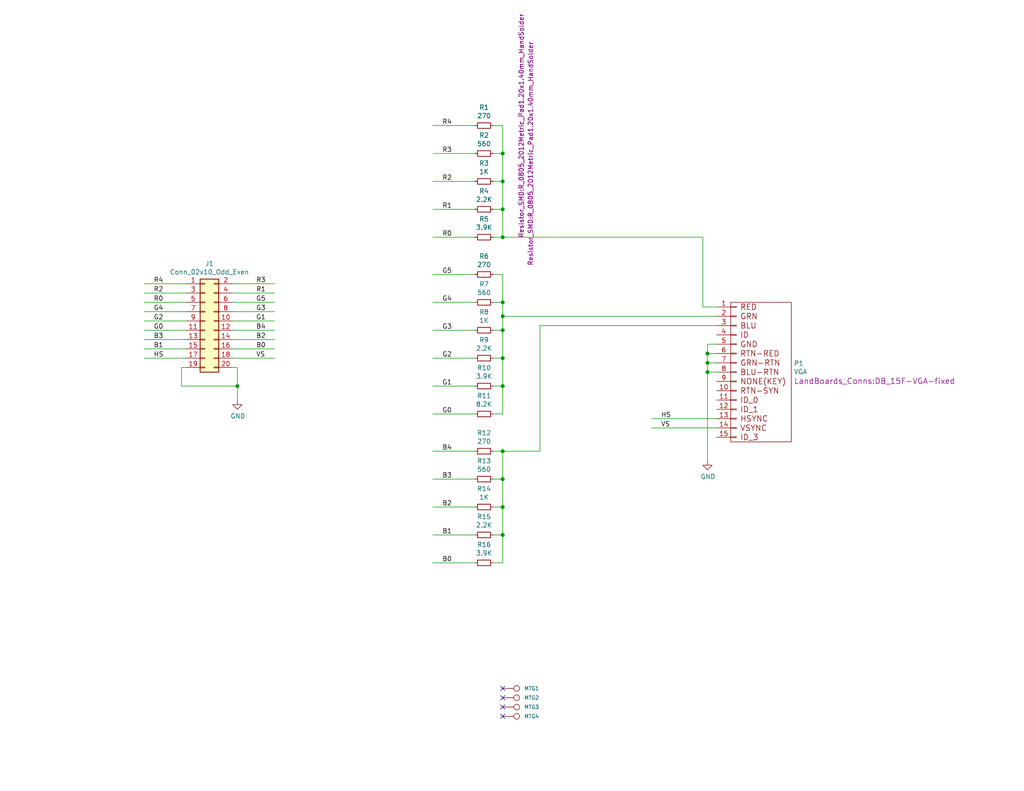
<source format=kicad_sch>
(kicad_sch (version 20211123) (generator eeschema)
  (paper "A")
  (title_block (title "VGAX49") (date "2019-12-08") (rev "1") (company "land-boards.com"))
  (lib_symbols
    (symbol "Connector_Generic:Conn_02x10_Odd_Even" (pin_names (offset 1.016) hide)
      (property "Reference" "J" (at 1.27 12.7 0))
      (property "Value" "Conn_02x10_Odd_Even" (at 1.27 -15.24 0))
      (symbol "Conn_02x10_Odd_Even_1_1"
        (rectangle (start -1.27 -12.573) (end 0 -12.827) (stroke (width 0.1524)))
        (rectangle (start -1.27 -10.033) (end 0 -10.287) (stroke (width 0.1524)))
        (rectangle (start -1.27 -7.493) (end 0 -7.747) (stroke (width 0.1524)))
        (rectangle (start -1.27 -4.953) (end 0 -5.207) (stroke (width 0.1524)))
        (rectangle (start -1.27 -2.413) (end 0 -2.667) (stroke (width 0.1524)))
        (rectangle (start -1.27 0.127) (end 0 -0.127) (stroke (width 0.1524)))
        (rectangle (start -1.27 2.667) (end 0 2.413) (stroke (width 0.1524)))
        (rectangle (start -1.27 5.207) (end 0 4.953) (stroke (width 0.1524)))
        (rectangle (start -1.27 7.747) (end 0 7.493) (stroke (width 0.1524)))
        (rectangle (start -1.27 10.287) (end 0 10.033) (stroke (width 0.1524)))
        (rectangle (start -1.27 11.43) (end 3.81 -13.97) (stroke (width 0.254)) (fill (type background)))
        (rectangle (start 3.81 -12.573) (end 2.54 -12.827) (stroke (width 0.1524)))
        (rectangle (start 3.81 -10.033) (end 2.54 -10.287) (stroke (width 0.1524)))
        (rectangle (start 3.81 -7.493) (end 2.54 -7.747) (stroke (width 0.1524)))
        (rectangle (start 3.81 -4.953) (end 2.54 -5.207) (stroke (width 0.1524)))
        (rectangle (start 3.81 -2.413) (end 2.54 -2.667) (stroke (width 0.1524)))
        (rectangle (start 3.81 0.127) (end 2.54 -0.127) (stroke (width 0.1524)))
        (rectangle (start 3.81 2.667) (end 2.54 2.413) (stroke (width 0.1524)))
        (rectangle (start 3.81 5.207) (end 2.54 4.953) (stroke (width 0.1524)))
        (rectangle (start 3.81 7.747) (end 2.54 7.493) (stroke (width 0.1524)))
        (rectangle (start 3.81 10.287) (end 2.54 10.033) (stroke (width 0.1524)))
        (pin passive line (at -5.08 10.16 0) (length 3.81) (name "Pin_1") (number "1"))
        (pin passive line (at 7.62 0 180) (length 3.81) (name "Pin_10") (number "10"))
        (pin passive line (at -5.08 -2.54 0) (length 3.81) (name "Pin_11") (number "11"))
        (pin passive line (at 7.62 -2.54 180) (length 3.81) (name "Pin_12") (number "12"))
        (pin passive line (at -5.08 -5.08 0) (length 3.81) (name "Pin_13") (number "13"))
        (pin passive line (at 7.62 -5.08 180) (length 3.81) (name "Pin_14") (number "14"))
        (pin passive line (at -5.08 -7.62 0) (length 3.81) (name "Pin_15") (number "15"))
        (pin passive line (at 7.62 -7.62 180) (length 3.81) (name "Pin_16") (number "16"))
        (pin passive line (at -5.08 -10.16 0) (length 3.81) (name "Pin_17") (number "17"))
        (pin passive line (at 7.62 -10.16 180) (length 3.81) (name "Pin_18") (number "18"))
        (pin passive line (at -5.08 -12.7 0) (length 3.81) (name "Pin_19") (number "19"))
        (pin passive line (at 7.62 10.16 180) (length 3.81) (name "Pin_2") (number "2"))
        (pin passive line (at 7.62 -12.7 180) (length 3.81) (name "Pin_20") (number "20"))
        (pin passive line (at -5.08 7.62 0) (length 3.81) (name "Pin_3") (number "3"))
        (pin passive line (at 7.62 7.62 180) (length 3.81) (name "Pin_4") (number "4"))
        (pin passive line (at -5.08 5.08 0) (length 3.81) (name "Pin_5") (number "5"))
        (pin passive line (at 7.62 5.08 180) (length 3.81) (name "Pin_6") (number "6"))
        (pin passive line (at -5.08 2.54 0) (length 3.81) (name "Pin_7") (number "7"))
        (pin passive line (at 7.62 2.54 180) (length 3.81) (name "Pin_8") (number "8"))
        (pin passive line (at -5.08 0 0) (length 3.81) (name "Pin_9") (number "9"))
      )
    )
    (symbol "Device:R_Small" (pin_numbers hide) (pin_names (offset 0.254) hide)
      (property "Reference" "R" (at 0.762 0.508 0))
      (property "Value" "R_Small" (at 0.762 -1.016 0))
      (symbol "R_Small_0_1"
        (rectangle (start -0.762 1.778) (end 0.762 -1.778) (stroke (width 0.2032)))
      )
      (symbol "R_Small_1_1"
        (pin passive line (at 0 2.54 270) (length 0.762) (name "~") (number "1"))
        (pin passive line (at 0 -2.54 90) (length 0.762) (name "~") (number "2"))
      )
    )
    (symbol "LandBoards_Conns:VGA" (pin_names (offset 1.016) hide)
      (property "Reference" "P" (at -6.35 20.32 0))
      (property "Value" "VGA" (at -1.27 -20.32 0))
      (symbol "VGA_0_0"
        (text "BLU" (at -5.08 12.7 0) (effects (font (size 1.524 1.524)) (justify left)))
        (text "BLU-RTN" (at -5.08 0 0) (effects (font (size 1.524 1.524)) (justify left)))
        (text "GND" (at -5.08 7.62 0) (effects (font (size 1.524 1.524)) (justify left)))
        (text "GRN" (at -5.08 15.24 0) (effects (font (size 1.524 1.524)) (justify left)))
        (text "GRN-RTN" (at -5.08 2.54 0) (effects (font (size 1.524 1.524)) (justify left)))
        (text "HSYNC" (at -5.08 -12.7 0) (effects (font (size 1.524 1.524)) (justify left)))
        (text "ID" (at -5.08 10.16 0) (effects (font (size 1.524 1.524)) (justify left)))
        (text "ID_0" (at -5.08 -7.62 0) (effects (font (size 1.524 1.524)) (justify left)))
        (text "ID_1" (at -5.08 -10.16 0) (effects (font (size 1.524 1.524)) (justify left)))
        (text "ID_3" (at -5.08 -17.78 0) (effects (font (size 1.524 1.524)) (justify left)))
        (text "NONE(KEY)" (at -5.08 -2.54 0) (effects (font (size 1.524 1.524)) (justify left)))
        (text "RED" (at -5.08 17.78 0) (effects (font (size 1.524 1.524)) (justify left)))
        (text "RTN-RED" (at -5.08 5.08 0) (effects (font (size 1.524 1.524)) (justify left)))
        (text "RTN-SYN" (at -5.08 -5.08 0) (effects (font (size 1.524 1.524)) (justify left)))
        (text "VSYNC" (at -5.08 -15.24 0) (effects (font (size 1.524 1.524)) (justify left)))
      )
      (symbol "VGA_0_1"
        (rectangle (start -7.62 -17.653) (end -6.096 -17.907))
        (rectangle (start -7.62 -15.113) (end -6.096 -15.367))
        (rectangle (start -7.62 -12.573) (end -6.096 -12.827))
        (rectangle (start -7.62 -10.033) (end -6.096 -10.287))
        (rectangle (start -7.62 -7.493) (end -6.096 -7.747))
        (rectangle (start -7.62 -4.953) (end -6.096 -5.207))
        (rectangle (start -7.62 -2.413) (end -6.096 -2.667))
        (rectangle (start -7.62 0.127) (end -6.096 -0.127))
        (rectangle (start -7.62 2.667) (end -6.096 2.413))
        (rectangle (start -7.62 5.207) (end -6.096 4.953))
        (rectangle (start -7.62 7.747) (end -6.096 7.493))
        (rectangle (start -7.62 10.287) (end -6.096 10.033))
        (rectangle (start -7.62 12.827) (end -6.096 12.573))
        (rectangle (start -7.62 15.367) (end -6.096 15.113))
        (rectangle (start -7.62 17.907) (end -6.096 17.653))
        (rectangle (start -7.62 19.05) (end 8.89 -19.05))
      )
      (symbol "VGA_1_1"
        (pin passive line (at -11.43 17.78 0) (length 3.81) (name "P1") (number "1"))
        (pin passive line (at -11.43 -5.08 0) (length 3.81) (name "P10") (number "10"))
        (pin passive line (at -11.43 -7.62 0) (length 3.81) (name "P11") (number "11"))
        (pin passive line (at -11.43 -10.16 0) (length 3.81) (name "P12") (number "12"))
        (pin passive line (at -11.43 -12.7 0) (length 3.81) (name "P13") (number "13"))
        (pin passive line (at -11.43 -15.24 0) (length 3.81) (name "P14") (number "14"))
        (pin passive line (at -11.43 -17.78 0) (length 3.81) (name "P15") (number "15"))
        (pin passive line (at -11.43 15.24 0) (length 3.81) (name "P2") (number "2"))
        (pin passive line (at -11.43 12.7 0) (length 3.81) (name "P3") (number "3"))
        (pin passive line (at -11.43 10.16 0) (length 3.81) (name "P4") (number "4"))
        (pin passive line (at -11.43 7.62 0) (length 3.81) (name "P5") (number "5"))
        (pin passive line (at -11.43 5.08 0) (length 3.81) (name "P6") (number "6"))
        (pin passive line (at -11.43 2.54 0) (length 3.81) (name "P7") (number "7"))
        (pin passive line (at -11.43 0 0) (length 3.81) (name "P8") (number "8"))
        (pin passive line (at -11.43 -2.54 0) (length 3.81) (name "P9") (number "9"))
      )
    )
    (symbol "VGAX49-rescue:CONN_1-GRID49-rescue-PS2X49-rescue" (pin_numbers hide) (pin_names (offset 0.762) hide)
      (property "Reference" "P" (at 2.032 0 0))
      (symbol "CONN_1-GRID49-rescue-PS2X49-rescue_0_1"
        (polyline (pts (xy -0.762 0) (xy -1.27 0)))
        (circle (center 0 0) (radius 0.7874))
      )
      (symbol "CONN_1-GRID49-rescue-PS2X49-rescue_1_1"
        (pin passive line (at -3.81 0 0) (length 2.54) (name "1") (number "1"))
      )
    )
    (symbol "power:GND" (power) (pin_names (offset 0))
      (property "Value" "GND" (at 0 -3.81 0))
      (symbol "GND_0_1"
        (polyline (pts (xy 0 0) (xy 0 -1.27) (xy 1.27 -1.27) (xy 0 -2.54) (xy -1.27 -1.27) (xy 0 -1.27)))
      )
      (symbol "GND_1_1"
        (pin power_in line (at 0 0 270) (length 0) hide (name "GND") (number "1"))
      )
    )
  )
  (junction (at 137.16 138.43))
  (junction (at 137.16 64.77))
  (junction (at 137.16 86.36))
  (junction (at 137.16 49.53))
  (junction (at 137.16 90.17))
  (junction (at 137.16 105.41))
  (junction (at 193.04 101.6))
  (junction (at 137.16 146.05))
  (junction (at 137.16 41.91))
  (junction (at 64.77 105.41))
  (junction (at 193.04 99.06))
  (junction (at 137.16 82.55))
  (junction (at 137.16 130.81))
  (junction (at 137.16 57.15))
  (junction (at 137.16 97.79))
  (junction (at 137.16 123.19))
  (junction (at 193.04 96.52))
  (no_connect (at 137.16 187.96))
  (no_connect (at 137.16 195.58))
  (no_connect (at 137.16 190.5))
  (no_connect (at 137.16 193.04))
  (wire (pts (xy 134.62 113.03) (xy 137.16 113.03)))
  (wire (pts (xy 137.16 97.79) (xy 137.16 90.17)))
  (wire (pts (xy 129.54 153.67) (xy 118.11 153.67)))
  (wire (pts (xy 49.53 100.33) (xy 49.53 105.41)))
  (wire (pts (xy 137.16 41.91) (xy 137.16 49.53)))
  (wire (pts (xy 50.8 80.01) (xy 39.37 80.01)))
  (wire (pts (xy 50.8 87.63) (xy 39.37 87.63)))
  (wire (pts (xy 137.16 130.81) (xy 137.16 123.19)))
  (wire (pts (xy 137.16 105.41) (xy 137.16 97.79)))
  (wire (pts (xy 129.54 64.77) (xy 118.11 64.77)))
  (wire (pts (xy 50.8 77.47) (xy 39.37 77.47)))
  (wire (pts (xy 195.58 101.6) (xy 193.04 101.6)))
  (wire (pts (xy 129.54 57.15) (xy 118.11 57.15)))
  (wire (pts (xy 137.16 90.17) (xy 137.16 86.36)))
  (wire (pts (xy 134.62 57.15) (xy 137.16 57.15)))
  (wire (pts (xy 50.8 82.55) (xy 39.37 82.55)))
  (wire (pts (xy 195.58 86.36) (xy 137.16 86.36)))
  (wire (pts (xy 137.16 86.36) (xy 137.16 82.55)))
  (wire (pts (xy 134.62 146.05) (xy 137.16 146.05)))
  (wire (pts (xy 129.54 97.79) (xy 118.11 97.79)))
  (wire (pts (xy 134.62 130.81) (xy 137.16 130.81)))
  (wire (pts (xy 193.04 99.06) (xy 195.58 99.06)))
  (wire (pts (xy 137.16 146.05) (xy 137.16 138.43)))
  (wire (pts (xy 49.53 105.41) (xy 64.77 105.41)))
  (wire (pts (xy 137.16 64.77) (xy 191.77 64.77)))
  (wire (pts (xy 50.8 100.33) (xy 49.53 100.33)))
  (wire (pts (xy 134.62 41.91) (xy 137.16 41.91)))
  (wire (pts (xy 177.8 116.84) (xy 195.58 116.84)))
  (wire (pts (xy 64.77 100.33) (xy 63.5 100.33)))
  (wire (pts (xy 129.54 138.43) (xy 118.11 138.43)))
  (wire (pts (xy 137.16 82.55) (xy 137.16 74.93)))
  (wire (pts (xy 137.16 64.77) (xy 134.62 64.77)))
  (wire (pts (xy 137.16 153.67) (xy 137.16 146.05)))
  (wire (pts (xy 134.62 49.53) (xy 137.16 49.53)))
  (wire (pts (xy 74.93 77.47) (xy 63.5 77.47)))
  (wire (pts (xy 74.93 87.63) (xy 63.5 87.63)))
  (wire (pts (xy 193.04 101.6) (xy 193.04 125.73)))
  (wire (pts (xy 74.93 92.71) (xy 63.5 92.71)))
  (wire (pts (xy 74.93 97.79) (xy 63.5 97.79)))
  (wire (pts (xy 134.62 153.67) (xy 137.16 153.67)))
  (wire (pts (xy 137.16 49.53) (xy 137.16 57.15)))
  (wire (pts (xy 134.62 138.43) (xy 137.16 138.43)))
  (wire (pts (xy 50.8 92.71) (xy 39.37 92.71)))
  (wire (pts (xy 137.16 57.15) (xy 137.16 64.77)))
  (wire (pts (xy 195.58 114.3) (xy 177.8 114.3)))
  (wire (pts (xy 129.54 90.17) (xy 118.11 90.17)))
  (wire (pts (xy 137.16 123.19) (xy 134.62 123.19)))
  (wire (pts (xy 129.54 146.05) (xy 118.11 146.05)))
  (wire (pts (xy 134.62 97.79) (xy 137.16 97.79)))
  (wire (pts (xy 137.16 138.43) (xy 137.16 130.81)))
  (wire (pts (xy 74.93 85.09) (xy 63.5 85.09)))
  (wire (pts (xy 193.04 99.06) (xy 193.04 101.6)))
  (wire (pts (xy 195.58 93.98) (xy 193.04 93.98)))
  (wire (pts (xy 137.16 74.93) (xy 134.62 74.93)))
  (wire (pts (xy 74.93 82.55) (xy 63.5 82.55)))
  (wire (pts (xy 129.54 123.19) (xy 118.11 123.19)))
  (wire (pts (xy 50.8 85.09) (xy 39.37 85.09)))
  (wire (pts (xy 195.58 96.52) (xy 193.04 96.52)))
  (wire (pts (xy 193.04 96.52) (xy 193.04 99.06)))
  (wire (pts (xy 129.54 34.29) (xy 118.11 34.29)))
  (wire (pts (xy 134.62 90.17) (xy 137.16 90.17)))
  (wire (pts (xy 74.93 80.01) (xy 63.5 80.01)))
  (wire (pts (xy 147.32 88.9) (xy 147.32 123.19)))
  (wire (pts (xy 137.16 34.29) (xy 137.16 41.91)))
  (wire (pts (xy 134.62 82.55) (xy 137.16 82.55)))
  (wire (pts (xy 134.62 105.41) (xy 137.16 105.41)))
  (wire (pts (xy 193.04 93.98) (xy 193.04 96.52)))
  (wire (pts (xy 129.54 82.55) (xy 118.11 82.55)))
  (wire (pts (xy 50.8 97.79) (xy 39.37 97.79)))
  (wire (pts (xy 129.54 41.91) (xy 118.11 41.91)))
  (wire (pts (xy 64.77 105.41) (xy 64.77 109.22)))
  (wire (pts (xy 129.54 49.53) (xy 118.11 49.53)))
  (wire (pts (xy 129.54 113.03) (xy 118.11 113.03)))
  (wire (pts (xy 191.77 64.77) (xy 191.77 83.82)))
  (wire (pts (xy 129.54 130.81) (xy 118.11 130.81)))
  (wire (pts (xy 74.93 90.17) (xy 63.5 90.17)))
  (wire (pts (xy 134.62 34.29) (xy 137.16 34.29)))
  (wire (pts (xy 129.54 74.93) (xy 118.11 74.93)))
  (wire (pts (xy 74.93 95.25) (xy 63.5 95.25)))
  (wire (pts (xy 50.8 95.25) (xy 39.37 95.25)))
  (wire (pts (xy 195.58 88.9) (xy 147.32 88.9)))
  (wire (pts (xy 129.54 105.41) (xy 118.11 105.41)))
  (wire (pts (xy 147.32 123.19) (xy 137.16 123.19)))
  (wire (pts (xy 64.77 105.41) (xy 64.77 100.33)))
  (wire (pts (xy 137.16 113.03) (xy 137.16 105.41)))
  (wire (pts (xy 191.77 83.82) (xy 195.58 83.82)))
  (wire (pts (xy 50.8 90.17) (xy 39.37 90.17)))
  (label "R0" (at 41.91 82.55 0))
  (label "G0" (at 120.65 113.03 0))
  (label "B4" (at 69.85 90.17 0))
  (label "R3" (at 120.65 41.91 0))
  (label "B4" (at 120.65 123.19 0))
  (label "B3" (at 120.65 130.81 0))
  (label "VS" (at 180.34 116.84 0))
  (label "R1" (at 120.65 57.15 0))
  (label "R2" (at 120.65 49.53 0))
  (label "G4" (at 120.65 82.55 0))
  (label "HS" (at 180.34 114.3 0))
  (label "G2" (at 41.91 87.63 0))
  (label "R0" (at 120.65 64.77 0))
  (label "G2" (at 120.65 97.79 0))
  (label "R2" (at 41.91 80.01 0))
  (label "G0" (at 41.91 90.17 0))
  (label "B1" (at 41.91 95.25 0))
  (label "B0" (at 120.65 153.67 0))
  (label "R4" (at 41.91 77.47 0))
  (label "R3" (at 69.85 77.47 0))
  (label "G5" (at 69.85 82.55 0))
  (label "B1" (at 120.65 146.05 0))
  (label "VS" (at 69.85 97.79 0))
  (label "R1" (at 69.85 80.01 0))
  (label "G4" (at 41.91 85.09 0))
  (label "G1" (at 69.85 87.63 0))
  (label "G3" (at 120.65 90.17 0))
  (label "B2" (at 120.65 138.43 0))
  (label "G5" (at 120.65 74.93 0))
  (label "HS" (at 41.91 97.79 0))
  (label "B3" (at 41.91 92.71 0))
  (label "G1" (at 120.65 105.41 0))
  (label "B2" (at 69.85 92.71 0))
  (label "B0" (at 69.85 95.25 0))
  (label "R4" (at 120.65 34.29 0))
  (label "G3" (at 69.85 85.09 0))
  (symbol (lib_id "VGAX49-rescue:CONN_1-GRID49-rescue-PS2X49-rescue") (at 140.97 187.96 0) (unit 1)
    (property "Reference" "MTG1" (at 143.002 187.96 0) (effects (font (size 1.016 1.016)) (justify left)))
    (property "Value" "CONN_1" (effects hide))
    (property "Footprint" "MTG-4-40" (effects hide))
  )
  (symbol (lib_id "VGAX49-rescue:CONN_1-GRID49-rescue-PS2X49-rescue") (at 140.97 190.5 0) (unit 1)
    (property "Reference" "MTG2" (at 143.002 190.5 0) (effects (font (size 1.016 1.016)) (justify left)))
    (property "Value" "CONN_1" (effects hide))
    (property "Footprint" "MTG-4-40" (effects hide))
  )
  (symbol (lib_id "VGAX49-rescue:CONN_1-GRID49-rescue-PS2X49-rescue") (at 140.97 195.58 0) (unit 1)
    (property "Reference" "MTG4" (at 143.002 195.58 0) (effects (font (size 1.016 1.016)) (justify left)))
    (property "Value" "CONN_1" (effects hide))
    (property "Footprint" "MTG-4-40" (effects hide))
  )
  (symbol (lib_id "VGAX49-rescue:CONN_1-GRID49-rescue-PS2X49-rescue") (at 140.97 193.04 0) (unit 1)
    (property "Reference" "MTG3" (at 143.002 193.04 0) (effects (font (size 1.016 1.016)) (justify left)))
    (property "Value" "CONN_1" (effects hide))
    (property "Footprint" "MTG-4-40" (effects hide))
  )
  (symbol (lib_id "LandBoards_Conns:VGA") (at 207.01 101.6 0) (unit 1)
    (property "Reference" "P1" (at 216.5858 99.2124 0) (effects (justify left)))
    (property "Value" "VGA" (at 216.5858 101.5238 0) (effects (justify left)))
    (property "Footprint" "LandBoards_Conns:DB_15F-VGA-fixed" (at 216.5858 104.0384 0) (effects (font (size 1.524 1.524)) (justify left)))
  )
  (symbol (lib_id "power:GND") (at 193.04 125.73 0) (unit 1)
    (property "Reference" "#PWR02" (effects hide))
    (property "Value" "GND" (at 193.167 130.1242 0))
  )
  (symbol (lib_id "Device:R_Small") (at 132.08 34.29 270) (unit 1)
    (property "Reference" "R1" (at 132.08 29.3116 90))
    (property "Value" "270" (at 132.08 31.623 90))
    (property "Footprint" "Resistor_SMD:R_0805_2012Metric_Pad1.20x1.40mm_HandSolder" (at 142.24 34.29 0))
  )
  (symbol (lib_id "Device:R_Small") (at 132.08 41.91 270) (unit 1)
    (property "Reference" "R2" (at 132.08 36.9316 90))
    (property "Value" "560" (at 132.08 39.243 90))
    (property "Footprint" "Resistor_SMD:R_0805_2012Metric_Pad1.20x1.40mm_HandSolder" (at 144.78 41.91 0))
  )
  (symbol (lib_id "Device:R_Small") (at 132.08 49.53 270) (unit 1)
    (property "Reference" "R3" (at 132.08 44.5516 90))
    (property "Value" "1K" (at 132.08 46.863 90))
    (property "Footprint" "Resistor_SMD:R_0805_2012Metric_Pad1.20x1.40mm_HandSolder" (effects hide))
  )
  (symbol (lib_id "Device:R_Small") (at 132.08 57.15 270) (unit 1)
    (property "Reference" "R4" (at 132.08 52.1716 90))
    (property "Value" "2.2K" (at 132.08 54.483 90))
    (property "Footprint" "Resistor_SMD:R_0805_2012Metric_Pad1.15x1.40mm_HandSolder" (effects hide))
  )
  (symbol (lib_id "Device:R_Small") (at 132.08 64.77 270) (unit 1)
    (property "Reference" "R5" (at 132.08 59.7916 90))
    (property "Value" "3.9K" (at 132.08 62.103 90))
    (property "Footprint" "Resistor_SMD:R_0805_2012Metric_Pad1.15x1.40mm_HandSolder" (effects hide))
  )
  (symbol (lib_id "Device:R_Small") (at 132.08 74.93 270) (unit 1)
    (property "Reference" "R6" (at 132.08 69.9516 90))
    (property "Value" "270" (at 132.08 72.263 90))
    (property "Footprint" "Resistor_SMD:R_0805_2012Metric_Pad1.15x1.40mm_HandSolder" (effects hide))
  )
  (symbol (lib_id "Device:R_Small") (at 132.08 82.55 270) (unit 1)
    (property "Reference" "R7" (at 132.08 77.5716 90))
    (property "Value" "560" (at 132.08 79.883 90))
    (property "Footprint" "Resistor_SMD:R_0805_2012Metric_Pad1.15x1.40mm_HandSolder" (effects hide))
  )
  (symbol (lib_id "Device:R_Small") (at 132.08 90.17 270) (unit 1)
    (property "Reference" "R8" (at 132.08 85.1916 90))
    (property "Value" "1K" (at 132.08 87.503 90))
    (property "Footprint" "Resistor_SMD:R_0805_2012Metric_Pad1.15x1.40mm_HandSolder" (effects hide))
  )
  (symbol (lib_id "Device:R_Small") (at 132.08 97.79 270) (unit 1)
    (property "Reference" "R9" (at 132.08 92.8116 90))
    (property "Value" "2.2K" (at 132.08 95.123 90))
    (property "Footprint" "Resistor_SMD:R_0805_2012Metric_Pad1.15x1.40mm_HandSolder" (effects hide))
  )
  (symbol (lib_id "Device:R_Small") (at 132.08 105.41 270) (unit 1)
    (property "Reference" "R10" (at 132.08 100.4316 90))
    (property "Value" "3.9K" (at 132.08 102.743 90))
    (property "Footprint" "Resistor_SMD:R_0805_2012Metric_Pad1.15x1.40mm_HandSolder" (effects hide))
  )
  (symbol (lib_id "Device:R_Small") (at 132.08 113.03 270) (unit 1)
    (property "Reference" "R11" (at 132.08 108.0516 90))
    (property "Value" "8.2K" (at 132.08 110.363 90))
    (property "Footprint" "Resistor_SMD:R_0805_2012Metric_Pad1.15x1.40mm_HandSolder" (effects hide))
  )
  (symbol (lib_id "Device:R_Small") (at 132.08 123.19 270) (unit 1)
    (property "Reference" "R12" (at 132.08 118.2116 90))
    (property "Value" "270" (at 132.08 120.523 90))
    (property "Footprint" "Resistor_SMD:R_0805_2012Metric_Pad1.15x1.40mm_HandSolder" (effects hide))
  )
  (symbol (lib_id "Device:R_Small") (at 132.08 130.81 270) (unit 1)
    (property "Reference" "R13" (at 132.08 125.8316 90))
    (property "Value" "560" (at 132.08 128.143 90))
    (property "Footprint" "Resistor_SMD:R_0805_2012Metric_Pad1.15x1.40mm_HandSolder" (effects hide))
  )
  (symbol (lib_id "Device:R_Small") (at 132.08 138.43 270) (unit 1)
    (property "Reference" "R14" (at 132.08 133.4516 90))
    (property "Value" "1K" (at 132.08 135.763 90))
    (property "Footprint" "Resistor_SMD:R_0805_2012Metric_Pad1.15x1.40mm_HandSolder" (effects hide))
  )
  (symbol (lib_id "Device:R_Small") (at 132.08 146.05 270) (unit 1)
    (property "Reference" "R15" (at 132.08 141.0716 90))
    (property "Value" "2.2K" (at 132.08 143.383 90))
    (property "Footprint" "Resistor_SMD:R_0805_2012Metric_Pad1.15x1.40mm_HandSolder" (effects hide))
  )
  (symbol (lib_id "Device:R_Small") (at 132.08 153.67 270) (unit 1)
    (property "Reference" "R16" (at 132.08 148.6916 90))
    (property "Value" "3.9K" (at 132.08 151.003 90))
    (property "Footprint" "Resistor_SMD:R_0805_2012Metric_Pad1.15x1.40mm_HandSolder" (effects hide))
  )
  (symbol (lib_id "power:GND") (at 64.77 109.22 0) (unit 1)
    (property "Reference" "#PWR01" (effects hide))
    (property "Value" "GND" (at 64.897 113.6142 0))
  )
  (symbol (lib_id "Connector_Generic:Conn_02x10_Odd_Even") (at 55.88 87.63 0) (unit 1)
    (property "Reference" "J1" (at 57.15 71.9582 0))
    (property "Value" "Conn_02x10_Odd_Even" (at 57.15 74.2696 0))
    (property "Footprint" "Connector_PinHeader_2.54mm:PinHeader_2x10_P2.54mm_Vertical" (effects hide))
  )
)
</source>
